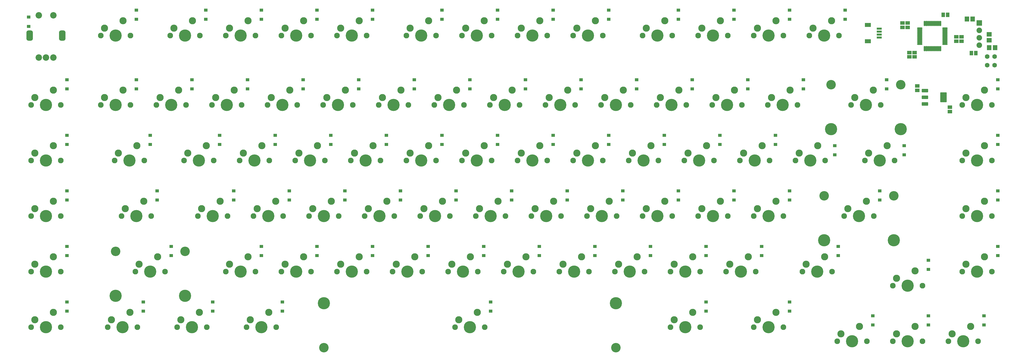
<source format=gbs>
G04*
G04 #@! TF.GenerationSoftware,Altium Limited,Altium Designer,25.6.2 (33)*
G04*
G04 Layer_Color=16711935*
%FSLAX44Y44*%
%MOMM*%
G71*
G04*
G04 #@! TF.SameCoordinates,B7A76CE3-19EA-4564-99E6-97BD9BEAA24B*
G04*
G04*
G04 #@! TF.FilePolarity,Negative*
G04*
G01*
G75*
%ADD11C,2.2032*%
G04:AMPARAMS|DCode=12|XSize=3.5032mm|YSize=2.2032mm|CornerRadius=0.6016mm|HoleSize=0mm|Usage=FLASHONLY|Rotation=90.000|XOffset=0mm|YOffset=0mm|HoleType=Round|Shape=RoundedRectangle|*
%AMROUNDEDRECTD12*
21,1,3.5032,1.0000,0,0,90.0*
21,1,2.3000,2.2032,0,0,90.0*
1,1,1.2032,0.5000,1.1500*
1,1,1.2032,0.5000,-1.1500*
1,1,1.2032,-0.5000,-1.1500*
1,1,1.2032,-0.5000,1.1500*
%
%ADD12ROUNDEDRECTD12*%
%ADD13C,4.1910*%
%ADD14C,3.2512*%
%ADD15C,2.4532*%
%ADD16C,1.9532*%
G04:AMPARAMS|DCode=17|XSize=1.9032mm|YSize=1.9032mm|CornerRadius=0.9516mm|HoleSize=0mm|Usage=FLASHONLY|Rotation=0.000|XOffset=0mm|YOffset=0mm|HoleType=Round|Shape=RoundedRectangle|*
%AMROUNDEDRECTD17*
21,1,1.9032,0.0000,0,0,0.0*
21,1,0.0000,1.9032,0,0,0.0*
1,1,1.9032,0.0000,0.0000*
1,1,1.9032,0.0000,0.0000*
1,1,1.9032,0.0000,0.0000*
1,1,1.9032,0.0000,0.0000*
%
%ADD17ROUNDEDRECTD17*%
%ADD18R,1.9032X1.9032*%
%ADD57R,1.1532X1.1032*%
%ADD58O,1.8532X0.5032*%
%ADD59O,0.5032X1.8532*%
G04:AMPARAMS|DCode=60|XSize=1.2032mm|YSize=2.2532mm|CornerRadius=0.1516mm|HoleSize=0mm|Usage=FLASHONLY|Rotation=270.000|XOffset=0mm|YOffset=0mm|HoleType=Round|Shape=RoundedRectangle|*
%AMROUNDEDRECTD60*
21,1,1.2032,1.9500,0,0,270.0*
21,1,0.9000,2.2532,0,0,270.0*
1,1,0.3032,-0.9750,-0.4500*
1,1,0.3032,-0.9750,0.4500*
1,1,0.3032,0.9750,0.4500*
1,1,0.3032,0.9750,-0.4500*
%
%ADD60ROUNDEDRECTD60*%
G04:AMPARAMS|DCode=61|XSize=3.4532mm|YSize=2.2532mm|CornerRadius=0.1529mm|HoleSize=0mm|Usage=FLASHONLY|Rotation=270.000|XOffset=0mm|YOffset=0mm|HoleType=Round|Shape=RoundedRectangle|*
%AMROUNDEDRECTD61*
21,1,3.4532,1.9475,0,0,270.0*
21,1,3.1475,2.2532,0,0,270.0*
1,1,0.3057,-0.9738,-1.5738*
1,1,0.3057,-0.9738,1.5738*
1,1,0.3057,0.9738,1.5738*
1,1,0.3057,0.9738,-1.5738*
%
%ADD61ROUNDEDRECTD61*%
%ADD62R,2.0032X1.4032*%
%ADD63R,1.7532X0.8032*%
%ADD64R,1.7032X1.6032*%
%ADD65R,1.6032X1.7032*%
%ADD66R,1.6032X1.3032*%
%ADD67R,1.3032X1.6032*%
%ADD68C,1.6000*%
D11*
X189312Y1403500D02*
D03*
X239312D02*
D03*
X214312Y1258500D02*
D03*
X239312D02*
D03*
X189312D02*
D03*
D12*
X158313Y1333500D02*
D03*
X270312D02*
D03*
D13*
X2166874Y415925D02*
D03*
X1166876D02*
D03*
X1666875Y333375D02*
D03*
X2881313Y631825D02*
D03*
X3000375Y714375D02*
D03*
X3119438Y631825D02*
D03*
X452438Y441325D02*
D03*
X571500Y523875D02*
D03*
X690563Y441325D02*
D03*
X523875Y714375D02*
D03*
X2857500Y523875D02*
D03*
X476250Y333375D02*
D03*
X714375D02*
D03*
X952500D02*
D03*
X500062Y904875D02*
D03*
X3071812D02*
D03*
X2405063Y333375D02*
D03*
X2690812D02*
D03*
X3143250Y1012825D02*
D03*
X3024188Y1095375D02*
D03*
X2905125Y1012825D02*
D03*
X452438Y1333500D02*
D03*
X690563D02*
D03*
X881062D02*
D03*
X1071562D02*
D03*
X1262063D02*
D03*
X1500188D02*
D03*
X1690688D02*
D03*
X1881187D02*
D03*
X2071687D02*
D03*
X2309812D02*
D03*
X2500312D02*
D03*
X2690812D02*
D03*
X2881313D02*
D03*
X214312Y1095375D02*
D03*
X452438D02*
D03*
X642937D02*
D03*
X833438D02*
D03*
X1023938D02*
D03*
X1214437D02*
D03*
X1404937D02*
D03*
X1595437D02*
D03*
X1785938D02*
D03*
X1976438D02*
D03*
X2166938D02*
D03*
X2357437D02*
D03*
X2547937D02*
D03*
X2738438D02*
D03*
X3405187D02*
D03*
X214312Y904875D02*
D03*
X738187D02*
D03*
X928688D02*
D03*
X1119187D02*
D03*
X1309688D02*
D03*
X1500188D02*
D03*
X1690688D02*
D03*
X1881187D02*
D03*
X2071687D02*
D03*
X2262188D02*
D03*
X2452688D02*
D03*
X2643188D02*
D03*
X2833687D02*
D03*
X3405187D02*
D03*
X214312Y714375D02*
D03*
X785813D02*
D03*
X976312D02*
D03*
X1166813D02*
D03*
X1357312D02*
D03*
X1547812D02*
D03*
X1738313D02*
D03*
X1928813D02*
D03*
X2119312D02*
D03*
X2309812D02*
D03*
X2500312D02*
D03*
X2690810Y714374D02*
D03*
X3405187Y714375D02*
D03*
X214312Y523875D02*
D03*
X881062D02*
D03*
X1071562D02*
D03*
X1262063D02*
D03*
X1452563D02*
D03*
X1643062D02*
D03*
X1833562D02*
D03*
X2024062D02*
D03*
X2214563D02*
D03*
X2405063D02*
D03*
X2595562D02*
D03*
X3167062Y476250D02*
D03*
X3405187Y523875D02*
D03*
X214312Y333375D02*
D03*
X2976562Y285750D02*
D03*
X3167062D02*
D03*
X3357563D02*
D03*
D14*
X2166874Y263525D02*
D03*
X1166876D02*
D03*
X3119438Y784225D02*
D03*
X2881313D02*
D03*
X690563Y593725D02*
D03*
X452438D02*
D03*
X2905125Y1165225D02*
D03*
X3143250D02*
D03*
D15*
X1692275Y384175D02*
D03*
X1628775Y358775D02*
D03*
X2962275Y739775D02*
D03*
X3025775Y765175D02*
D03*
X533400Y549275D02*
D03*
X596900Y574675D02*
D03*
X485775Y739775D02*
D03*
X549275Y765175D02*
D03*
X2819400Y549275D02*
D03*
X2882900Y574675D02*
D03*
X438150Y358775D02*
D03*
X501650Y384175D02*
D03*
X739775D02*
D03*
X676275Y358775D02*
D03*
X914400D02*
D03*
X977900Y384175D02*
D03*
X461963Y930275D02*
D03*
X525462Y955675D02*
D03*
X3033712Y930275D02*
D03*
X3097213Y955675D02*
D03*
X2366962Y358775D02*
D03*
X2430462Y384175D02*
D03*
X2652712Y358775D02*
D03*
X2716212Y384175D02*
D03*
X3049587Y1146175D02*
D03*
X2986088Y1120775D02*
D03*
X414338Y1358900D02*
D03*
X477837Y1384300D02*
D03*
X652462Y1358900D02*
D03*
X715963Y1384300D02*
D03*
X842962Y1358900D02*
D03*
X906462Y1384300D02*
D03*
X1033463Y1358900D02*
D03*
X1096963Y1384300D02*
D03*
X1223962Y1358900D02*
D03*
X1287462Y1384300D02*
D03*
X1462088Y1358900D02*
D03*
X1525587Y1384300D02*
D03*
X1652587Y1358900D02*
D03*
X1716087Y1384300D02*
D03*
X1843087Y1358900D02*
D03*
X1906588Y1384300D02*
D03*
X2033587Y1358900D02*
D03*
X2097088Y1384300D02*
D03*
X2271712Y1358900D02*
D03*
X2335213Y1384300D02*
D03*
X2462213Y1358900D02*
D03*
X2525712Y1384300D02*
D03*
X2652712Y1358900D02*
D03*
X2716212Y1384300D02*
D03*
X2843213Y1358900D02*
D03*
X2906713Y1384300D02*
D03*
X176213Y1120775D02*
D03*
X239713Y1146175D02*
D03*
X414338Y1120775D02*
D03*
X477837Y1146175D02*
D03*
X604837Y1120775D02*
D03*
X668337Y1146175D02*
D03*
X795338Y1120775D02*
D03*
X858838Y1146175D02*
D03*
X985837Y1120775D02*
D03*
X1049337Y1146175D02*
D03*
X1176338Y1120775D02*
D03*
X1239837Y1146175D02*
D03*
X1366837Y1120775D02*
D03*
X1430338Y1146175D02*
D03*
X1557337Y1120775D02*
D03*
X1620838Y1146175D02*
D03*
X1747838Y1120775D02*
D03*
X1811337Y1146175D02*
D03*
X1938338Y1120775D02*
D03*
X2001837Y1146175D02*
D03*
X2128837Y1120775D02*
D03*
X2192337Y1146175D02*
D03*
X2319337Y1120775D02*
D03*
X2382838Y1146175D02*
D03*
X2509837Y1120775D02*
D03*
X2573337Y1146175D02*
D03*
X2700338Y1120775D02*
D03*
X2763838Y1146175D02*
D03*
X3367087Y1120775D02*
D03*
X3430587Y1146175D02*
D03*
X176213Y930275D02*
D03*
X239713Y955675D02*
D03*
X700088Y930275D02*
D03*
X763587Y955675D02*
D03*
X890587Y930275D02*
D03*
X954088Y955675D02*
D03*
X1081087Y930275D02*
D03*
X1144587Y955675D02*
D03*
X1271588Y930275D02*
D03*
X1335087Y955675D02*
D03*
X1462088Y930275D02*
D03*
X1525587Y955675D02*
D03*
X1652587Y930275D02*
D03*
X1716087Y955675D02*
D03*
X1843087Y930275D02*
D03*
X1906588Y955675D02*
D03*
X2033587Y930275D02*
D03*
X2097088Y955675D02*
D03*
X2224088Y930275D02*
D03*
X2287587Y955675D02*
D03*
X2414588Y930275D02*
D03*
X2478087Y955675D02*
D03*
X2605088Y930275D02*
D03*
X2668588Y955675D02*
D03*
X2795587Y930275D02*
D03*
X2859088Y955675D02*
D03*
X3367087Y930275D02*
D03*
X3430587Y955675D02*
D03*
X176213Y739775D02*
D03*
X239713Y765175D02*
D03*
X747712Y739775D02*
D03*
X811212Y765175D02*
D03*
X938213Y739775D02*
D03*
X1001712Y765175D02*
D03*
X1128712Y739775D02*
D03*
X1192213Y765175D02*
D03*
X1319212Y739775D02*
D03*
X1382713Y765175D02*
D03*
X1509713Y739775D02*
D03*
X1573212Y765175D02*
D03*
X1700213Y739775D02*
D03*
X1763712Y765175D02*
D03*
X1890712Y739775D02*
D03*
X1954212Y765175D02*
D03*
X2081212Y739775D02*
D03*
X2144713Y765175D02*
D03*
X2271712Y739775D02*
D03*
X2335213Y765175D02*
D03*
X2462213Y739775D02*
D03*
X2525712Y765175D02*
D03*
X2652710Y739774D02*
D03*
X2716210Y765174D02*
D03*
X3367087Y739775D02*
D03*
X3430587Y765175D02*
D03*
X176213Y549275D02*
D03*
X239713Y574675D02*
D03*
X842962Y549275D02*
D03*
X906462Y574675D02*
D03*
X1033463Y549275D02*
D03*
X1096963Y574675D02*
D03*
X1223962Y549275D02*
D03*
X1287462Y574675D02*
D03*
X1414462Y549275D02*
D03*
X1477962Y574675D02*
D03*
X1604962Y549275D02*
D03*
X1668463Y574675D02*
D03*
X1795462Y549275D02*
D03*
X1858963Y574675D02*
D03*
X1985963Y549275D02*
D03*
X2049462Y574675D02*
D03*
X2176463Y549275D02*
D03*
X2239962Y574675D02*
D03*
X2366962Y549275D02*
D03*
X2430462Y574675D02*
D03*
X2557462Y549275D02*
D03*
X2620963Y574675D02*
D03*
X3128962Y501650D02*
D03*
X3192462Y527050D02*
D03*
X3367087Y549275D02*
D03*
X3430587Y574675D02*
D03*
X176213Y358775D02*
D03*
X239713Y384175D02*
D03*
X2938463Y311150D02*
D03*
X3001963Y336550D02*
D03*
X3128962Y311150D02*
D03*
X3192462Y336550D02*
D03*
X3319463Y311150D02*
D03*
X3382963Y336550D02*
D03*
D16*
X1616075Y333375D02*
D03*
X1717675D02*
D03*
X3051175Y714375D02*
D03*
X2949575D02*
D03*
X622300Y523875D02*
D03*
X520700D02*
D03*
X574675Y714375D02*
D03*
X473075D02*
D03*
X2908300Y523875D02*
D03*
X2806700D02*
D03*
X527050Y333375D02*
D03*
X425450D02*
D03*
X663575D02*
D03*
X765175D02*
D03*
X1003300D02*
D03*
X901700D02*
D03*
X550863Y904875D02*
D03*
X449263D02*
D03*
X3122613D02*
D03*
X3021013D02*
D03*
X2455862Y333375D02*
D03*
X2354263D02*
D03*
X2741613D02*
D03*
X2640013D02*
D03*
X2973387Y1095375D02*
D03*
X3074987D02*
D03*
X503237Y1333500D02*
D03*
X401637D02*
D03*
X741363D02*
D03*
X639762D02*
D03*
X931862D02*
D03*
X830263D02*
D03*
X1122363D02*
D03*
X1020762D02*
D03*
X1312863D02*
D03*
X1211263D02*
D03*
X1550988D02*
D03*
X1449388D02*
D03*
X1741487D02*
D03*
X1639888D02*
D03*
X1931987D02*
D03*
X1830388D02*
D03*
X2122487D02*
D03*
X2020887D02*
D03*
X2360612D02*
D03*
X2259012D02*
D03*
X2551113D02*
D03*
X2449512D02*
D03*
X2741613D02*
D03*
X2640013D02*
D03*
X2932112D02*
D03*
X2830512D02*
D03*
X265112Y1095375D02*
D03*
X163512D02*
D03*
X503237D02*
D03*
X401637D02*
D03*
X693737D02*
D03*
X592137D02*
D03*
X884238D02*
D03*
X782637D02*
D03*
X1074737D02*
D03*
X973138D02*
D03*
X1265238D02*
D03*
X1163637D02*
D03*
X1455737D02*
D03*
X1354138D02*
D03*
X1646237D02*
D03*
X1544637D02*
D03*
X1836738D02*
D03*
X1735137D02*
D03*
X2027238D02*
D03*
X1925638D02*
D03*
X2217737D02*
D03*
X2116138D02*
D03*
X2408237D02*
D03*
X2306638D02*
D03*
X2598737D02*
D03*
X2497137D02*
D03*
X2789237D02*
D03*
X2687638D02*
D03*
X3455988D02*
D03*
X3354388D02*
D03*
X265112Y904875D02*
D03*
X163512D02*
D03*
X788988D02*
D03*
X687387D02*
D03*
X979488D02*
D03*
X877887D02*
D03*
X1169987D02*
D03*
X1068388D02*
D03*
X1360488D02*
D03*
X1258887D02*
D03*
X1550988D02*
D03*
X1449388D02*
D03*
X1741487D02*
D03*
X1639888D02*
D03*
X1931987D02*
D03*
X1830388D02*
D03*
X2122487D02*
D03*
X2020887D02*
D03*
X2312988D02*
D03*
X2211387D02*
D03*
X2503488D02*
D03*
X2401888D02*
D03*
X2693987D02*
D03*
X2592387D02*
D03*
X2884488D02*
D03*
X2782888D02*
D03*
X3455988D02*
D03*
X3354388D02*
D03*
X265112Y714375D02*
D03*
X163512D02*
D03*
X836612D02*
D03*
X735013D02*
D03*
X1027113D02*
D03*
X925512D02*
D03*
X1217613D02*
D03*
X1116012D02*
D03*
X1408112D02*
D03*
X1306512D02*
D03*
X1598613D02*
D03*
X1497012D02*
D03*
X1789113D02*
D03*
X1687513D02*
D03*
X1979612D02*
D03*
X1878013D02*
D03*
X2170112D02*
D03*
X2068513D02*
D03*
X2360612D02*
D03*
X2259012D02*
D03*
X2551113D02*
D03*
X2449512D02*
D03*
X2741610Y714374D02*
D03*
X2640010D02*
D03*
X3455988Y714375D02*
D03*
X3354388D02*
D03*
X265112Y523875D02*
D03*
X163512D02*
D03*
X931862D02*
D03*
X830263D02*
D03*
X1122363D02*
D03*
X1020762D02*
D03*
X1312863D02*
D03*
X1211263D02*
D03*
X1503362D02*
D03*
X1401763D02*
D03*
X1693862D02*
D03*
X1592263D02*
D03*
X1884362D02*
D03*
X1782762D02*
D03*
X2074863D02*
D03*
X1973262D02*
D03*
X2265363D02*
D03*
X2163763D02*
D03*
X2455862D02*
D03*
X2354263D02*
D03*
X2646363D02*
D03*
X2544763D02*
D03*
X3217863Y476250D02*
D03*
X3116263D02*
D03*
X3455988Y523875D02*
D03*
X3354388D02*
D03*
X265112Y333375D02*
D03*
X163512D02*
D03*
X3027362Y285750D02*
D03*
X2925763D02*
D03*
X3217863D02*
D03*
X3116263D02*
D03*
X3408362D02*
D03*
X3306762D02*
D03*
D17*
X3412997Y1351683D02*
D03*
Y1326283D02*
D03*
Y1300883D02*
D03*
D18*
Y1377083D02*
D03*
D57*
X523875Y1389187D02*
D03*
X523875Y1420688D02*
D03*
X762000Y1389187D02*
D03*
X762000Y1420688D02*
D03*
X952500Y1389187D02*
D03*
X952500Y1420688D02*
D03*
X1143000Y1389187D02*
D03*
X1143000Y1420688D02*
D03*
X1333500Y1389187D02*
D03*
X1333500Y1420688D02*
D03*
X1571625Y1389187D02*
D03*
X1571625Y1420688D02*
D03*
X1762125Y1389187D02*
D03*
X1762125Y1420688D02*
D03*
X1952625Y1389187D02*
D03*
X1952625Y1420688D02*
D03*
X2143125Y1389187D02*
D03*
X2143125Y1420688D02*
D03*
X2381250Y1389187D02*
D03*
X2381250Y1420688D02*
D03*
X2571750Y1389187D02*
D03*
X2571750Y1420688D02*
D03*
X2762250Y1389187D02*
D03*
X2762250Y1420688D02*
D03*
X2952750Y1389187D02*
D03*
X2952750Y1420688D02*
D03*
X285750Y1151062D02*
D03*
X285750Y1182562D02*
D03*
X523875Y1151062D02*
D03*
X523875Y1182562D02*
D03*
X714375Y1151062D02*
D03*
X714375Y1182562D02*
D03*
X904875Y1151062D02*
D03*
X904875Y1182562D02*
D03*
X1095375Y1151062D02*
D03*
X1095375Y1182562D02*
D03*
X1285875Y1151062D02*
D03*
X1285875Y1182562D02*
D03*
X1476375Y1151062D02*
D03*
X1476375Y1182562D02*
D03*
X1666875Y1151062D02*
D03*
X1666875Y1182562D02*
D03*
X1857375Y1151062D02*
D03*
X1857375Y1182562D02*
D03*
X2047875Y1151062D02*
D03*
X2047875Y1182562D02*
D03*
X2238375Y1151062D02*
D03*
X2238375Y1182562D02*
D03*
X2428875Y1151062D02*
D03*
X2428875Y1182562D02*
D03*
X2619375Y1151062D02*
D03*
X2619375Y1182562D02*
D03*
X2809875Y1151062D02*
D03*
X2809875Y1182562D02*
D03*
X3095625Y1151062D02*
D03*
X3095625Y1182562D02*
D03*
X3476625Y1151062D02*
D03*
X3476625Y1182562D02*
D03*
X285750Y960562D02*
D03*
X285750Y992062D02*
D03*
X571499Y960562D02*
D03*
X571499Y992062D02*
D03*
X809625Y960563D02*
D03*
X809625Y992063D02*
D03*
X1000125Y960563D02*
D03*
X1000125Y992063D02*
D03*
X1190625Y960563D02*
D03*
X1190625Y992063D02*
D03*
X1381125Y960563D02*
D03*
X1381125Y992063D02*
D03*
X1571625Y960563D02*
D03*
X1571625Y992063D02*
D03*
X1762125Y960563D02*
D03*
X1762125Y992063D02*
D03*
X1952625Y960563D02*
D03*
X1952625Y992063D02*
D03*
X2143125Y960563D02*
D03*
X2143125Y992063D02*
D03*
X2333625Y960563D02*
D03*
X2333625Y992063D02*
D03*
X2524125Y960563D02*
D03*
X2524125Y992063D02*
D03*
X2714625Y960563D02*
D03*
X2714625Y992063D02*
D03*
X2917031Y924844D02*
D03*
X2917031Y956344D02*
D03*
X3155156Y924844D02*
D03*
X3155156Y956344D02*
D03*
X3476625Y960563D02*
D03*
X3476625Y992063D02*
D03*
X285750Y770062D02*
D03*
X285750Y801562D02*
D03*
X595312Y770062D02*
D03*
X595312Y801562D02*
D03*
X857250Y770062D02*
D03*
X857250Y801562D02*
D03*
X1047750Y770062D02*
D03*
X1047750Y801562D02*
D03*
X1238250Y770062D02*
D03*
X1238250Y801562D02*
D03*
X1428750Y770062D02*
D03*
X1428750Y801562D02*
D03*
X1619250Y770062D02*
D03*
X1619250Y801562D02*
D03*
X1809750Y770062D02*
D03*
X1809750Y801562D02*
D03*
X2000250Y770062D02*
D03*
X2000250Y801562D02*
D03*
X2190750Y770062D02*
D03*
X2190750Y801562D02*
D03*
X2381250Y770062D02*
D03*
X2381250Y801562D02*
D03*
X2571750Y770062D02*
D03*
X2571750Y801562D02*
D03*
X2762250Y770062D02*
D03*
X2762250Y801562D02*
D03*
X3071812Y770062D02*
D03*
X3071812Y801562D02*
D03*
X3476625Y770062D02*
D03*
X3476625Y801562D02*
D03*
X285750Y579562D02*
D03*
X285750Y611063D02*
D03*
X642937Y579562D02*
D03*
X642937Y611063D02*
D03*
X952500Y579562D02*
D03*
X952500Y611063D02*
D03*
X1143000Y579562D02*
D03*
X1143000Y611063D02*
D03*
X1333500Y579562D02*
D03*
X1333500Y611063D02*
D03*
X1524000Y579562D02*
D03*
X1524000Y611063D02*
D03*
X1714500Y579562D02*
D03*
X1714500Y611063D02*
D03*
X1905000Y579562D02*
D03*
X1905000Y611063D02*
D03*
X2095500Y579562D02*
D03*
X2095500Y611063D02*
D03*
X2286000Y579562D02*
D03*
X2286000Y611063D02*
D03*
X2476500Y579562D02*
D03*
X2476500Y611063D02*
D03*
X2667000Y579562D02*
D03*
X2667000Y611063D02*
D03*
X2928937Y579562D02*
D03*
X2928937Y611063D02*
D03*
X3238500Y531937D02*
D03*
X3238500Y563438D02*
D03*
X3476625Y579562D02*
D03*
X3476625Y611063D02*
D03*
X285750Y389062D02*
D03*
X285750Y420563D02*
D03*
X547687Y389062D02*
D03*
X547687Y420563D02*
D03*
X785813Y389062D02*
D03*
X785813Y420563D02*
D03*
X1023938Y389062D02*
D03*
X1023938Y420563D02*
D03*
X1738313Y389062D02*
D03*
X1738313Y420563D02*
D03*
X2476500Y389062D02*
D03*
X2476500Y420563D02*
D03*
X2762250Y389062D02*
D03*
X2762250Y420563D02*
D03*
X3048000Y341437D02*
D03*
X3048000Y372938D02*
D03*
X3238500Y341437D02*
D03*
X3238500Y372938D02*
D03*
X3429000Y341437D02*
D03*
X3429000Y372938D02*
D03*
X154781Y1396875D02*
D03*
X154781Y1365375D02*
D03*
D58*
X3295232Y1359452D02*
D03*
Y1354452D02*
D03*
Y1349452D02*
D03*
Y1344452D02*
D03*
Y1339452D02*
D03*
Y1334452D02*
D03*
Y1329452D02*
D03*
Y1324452D02*
D03*
Y1319452D02*
D03*
Y1314452D02*
D03*
Y1309452D02*
D03*
Y1304452D02*
D03*
X3208732D02*
D03*
Y1309452D02*
D03*
Y1314452D02*
D03*
Y1319452D02*
D03*
Y1324452D02*
D03*
Y1329452D02*
D03*
Y1334452D02*
D03*
Y1339452D02*
D03*
Y1344452D02*
D03*
Y1349452D02*
D03*
Y1354452D02*
D03*
Y1359452D02*
D03*
D59*
X3279482Y1288702D02*
D03*
X3274482D02*
D03*
X3269482D02*
D03*
X3264482D02*
D03*
X3259482D02*
D03*
X3254482D02*
D03*
X3249482D02*
D03*
X3244482D02*
D03*
X3239482D02*
D03*
X3234482D02*
D03*
X3229482D02*
D03*
X3224482D02*
D03*
Y1375202D02*
D03*
X3229482D02*
D03*
X3234482D02*
D03*
X3239482D02*
D03*
X3244482D02*
D03*
X3249482D02*
D03*
X3254482D02*
D03*
X3259482D02*
D03*
X3264482D02*
D03*
X3269482D02*
D03*
X3274482D02*
D03*
X3279482D02*
D03*
D60*
X3226250Y1099000D02*
D03*
Y1122000D02*
D03*
Y1145000D02*
D03*
D61*
X3289750Y1122000D02*
D03*
D62*
X3031000Y1370000D02*
D03*
Y1314000D02*
D03*
D63*
X3069750Y1327000D02*
D03*
Y1337000D02*
D03*
Y1357000D02*
D03*
Y1347000D02*
D03*
D64*
X3446856Y1317546D02*
D03*
Y1337546D02*
D03*
D65*
X3370000Y1390000D02*
D03*
X3390000D02*
D03*
X3466856Y1291827D02*
D03*
X3446856D02*
D03*
D66*
X3200000Y1161000D02*
D03*
Y1146000D02*
D03*
X3312000Y1073000D02*
D03*
Y1088000D02*
D03*
X3173013Y1260515D02*
D03*
Y1275515D02*
D03*
X3190872Y1260515D02*
D03*
Y1275515D02*
D03*
X3167060Y1361718D02*
D03*
Y1376718D02*
D03*
X3149200Y1361718D02*
D03*
Y1376718D02*
D03*
X3333747Y1329093D02*
D03*
Y1314093D02*
D03*
X3351606Y1329093D02*
D03*
Y1314093D02*
D03*
D67*
X3288982Y1404936D02*
D03*
X3303982D02*
D03*
X3400779Y1273968D02*
D03*
X3385779D02*
D03*
D68*
X3465510Y1232296D02*
D03*
X3440110D02*
D03*
X3465510Y1262061D02*
D03*
X3440110D02*
D03*
M02*

</source>
